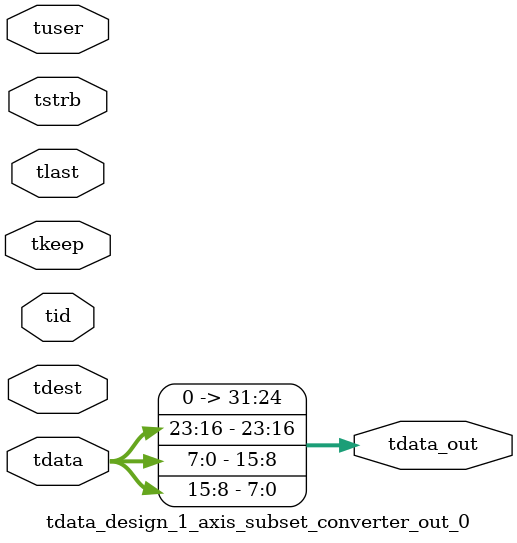
<source format=v>


`timescale 1ps/1ps

module tdata_design_1_axis_subset_converter_out_0 #
(
parameter C_S_AXIS_TDATA_WIDTH = 32,
parameter C_S_AXIS_TUSER_WIDTH = 0,
parameter C_S_AXIS_TID_WIDTH   = 0,
parameter C_S_AXIS_TDEST_WIDTH = 0,
parameter C_M_AXIS_TDATA_WIDTH = 32
)
(
input  [(C_S_AXIS_TDATA_WIDTH == 0 ? 1 : C_S_AXIS_TDATA_WIDTH)-1:0     ] tdata,
input  [(C_S_AXIS_TUSER_WIDTH == 0 ? 1 : C_S_AXIS_TUSER_WIDTH)-1:0     ] tuser,
input  [(C_S_AXIS_TID_WIDTH   == 0 ? 1 : C_S_AXIS_TID_WIDTH)-1:0       ] tid,
input  [(C_S_AXIS_TDEST_WIDTH == 0 ? 1 : C_S_AXIS_TDEST_WIDTH)-1:0     ] tdest,
input  [(C_S_AXIS_TDATA_WIDTH/8)-1:0 ] tkeep,
input  [(C_S_AXIS_TDATA_WIDTH/8)-1:0 ] tstrb,
input                                                                    tlast,
output [C_M_AXIS_TDATA_WIDTH-1:0] tdata_out
);

assign tdata_out = {tdata[23:16],tdata[7:0],tdata[15:8]};

endmodule


</source>
